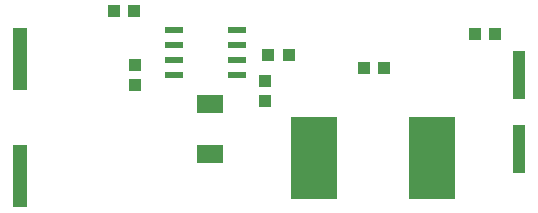
<source format=gtp>
G75*
%MOIN*%
%OFA0B0*%
%FSLAX25Y25*%
%IPPOS*%
%LPD*%
%AMOC8*
5,1,8,0,0,1.08239X$1,22.5*
%
%ADD10R,0.04700X0.21100*%
%ADD11R,0.04331X0.03937*%
%ADD12R,0.04300X0.16000*%
%ADD13R,0.03937X0.04331*%
%ADD14R,0.08583X0.06378*%
%ADD15R,0.15748X0.27559*%
%ADD16R,0.06300X0.02100*%
D10*
X0040533Y0029972D03*
X0040533Y0069172D03*
D11*
X0079019Y0067221D03*
X0079019Y0060528D03*
X0123394Y0070431D03*
X0130087Y0070431D03*
X0078690Y0084999D03*
X0071997Y0084999D03*
X0192146Y0077477D03*
X0198838Y0077477D03*
D12*
X0206972Y0063576D03*
X0206972Y0038976D03*
D13*
X0162031Y0066219D03*
X0155338Y0066219D03*
X0122127Y0061643D03*
X0122127Y0054950D03*
D14*
X0103885Y0054016D03*
X0103885Y0037402D03*
D15*
X0138637Y0036202D03*
X0178007Y0036202D03*
D16*
X0112904Y0063607D03*
X0112904Y0068607D03*
X0112904Y0073607D03*
X0112904Y0078607D03*
X0092004Y0078607D03*
X0092004Y0073607D03*
X0092004Y0068607D03*
X0092004Y0063607D03*
M02*

</source>
